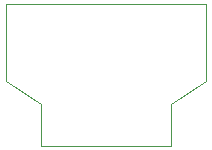
<source format=gbr>
G04 #@! TF.FileFunction,Profile,NP*
%FSLAX46Y46*%
G04 Gerber Fmt 4.6, Leading zero omitted, Abs format (unit mm)*
G04 Created by KiCad (PCBNEW (2015-07-04 BZR 5884, Git c1bbf3e)-product) date 31/12/2015 2:34:30 PM*
%MOMM*%
G01*
G04 APERTURE LIST*
%ADD10C,0.100000*%
G04 APERTURE END LIST*
D10*
X141500000Y-97000000D02*
X141500000Y-90500000D01*
X144500000Y-99000000D02*
X141500000Y-97000000D01*
X144500000Y-102500000D02*
X144500000Y-99000000D01*
X155500000Y-102500000D02*
X144500000Y-102500000D01*
X155500000Y-99000000D02*
X155500000Y-102500000D01*
X158500000Y-97000000D02*
X155500000Y-99000000D01*
X158500000Y-90500000D02*
X158500000Y-97000000D01*
X141500000Y-90500000D02*
X158500000Y-90500000D01*
M02*

</source>
